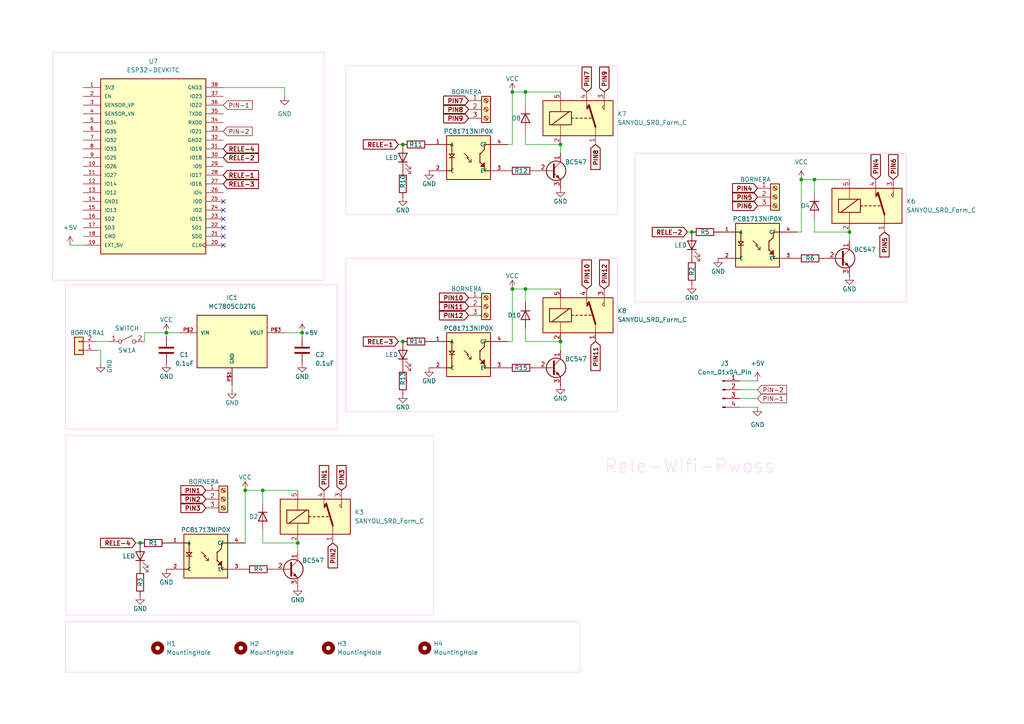
<source format=kicad_sch>
(kicad_sch (version 20250114) (generator "eeschema") (generator_version "9.0")
  (paper "A4")
  (lib_symbols
    (symbol "Connector:Conn_01x04_Pin" (pin_names (offset 1.016) (hide yes))
      (property "Reference" "J" (at 0 5.08 0))
      (property "Value" "Conn_01x04_Pin" (at 0 -7.62 0))
      (symbol "Conn_01x04_Pin_1_1"
        (rectangle (start 0.8636 2.667) (end 0 2.413) (stroke (width 0.1524)) (fill (type outline)))
        (rectangle (start 0.8636 0.127) (end 0 -0.127) (stroke (width 0.1524)) (fill (type outline)))
        (rectangle (start 0.8636 -2.413) (end 0 -2.667) (stroke (width 0.1524)) (fill (type outline)))
        (rectangle (start 0.8636 -4.953) (end 0 -5.207) (stroke (width 0.1524)) (fill (type outline)))
        (polyline (pts (xy 1.27 2.54) (xy 0.8636 2.54)) (stroke (width 0.1524)))
        (polyline (pts (xy 1.27 0) (xy 0.8636 0)) (stroke (width 0.1524)))
        (polyline (pts (xy 1.27 -2.54) (xy 0.8636 -2.54)) (stroke (width 0.1524)))
        (polyline (pts (xy 1.27 -5.08) (xy 0.8636 -5.08)) (stroke (width 0.1524)))
        (pin passive line (at 5.08 2.54 180) (length 3.81) (name "Pin_1") (number "1"))
        (pin passive line (at 5.08 0 180) (length 3.81) (name "Pin_2") (number "2"))
        (pin passive line (at 5.08 -2.54 180) (length 3.81) (name "Pin_3") (number "3"))
        (pin passive line (at 5.08 -5.08 180) (length 3.81) (name "Pin_4") (number "4"))
      )
    )
    (symbol "Connector:Screw_Terminal_01x03" (pin_names (offset 1.016) (hide yes))
      (property "Reference" "J" (at 0 5.08 0))
      (property "Value" "Screw_Terminal_01x03" (at 0 -5.08 0))
      (symbol "Screw_Terminal_01x03_1_1"
        (rectangle (start -1.27 3.81) (end 1.27 -3.81) (stroke (width 0.254)) (fill (type background)))
        (polyline (pts (xy -0.5334 2.8702) (xy 0.3302 2.032)) (stroke (width 0.1524)))
        (polyline (pts (xy -0.5334 0.3302) (xy 0.3302 -0.508)) (stroke (width 0.1524)))
        (polyline (pts (xy -0.5334 -2.2098) (xy 0.3302 -3.048)) (stroke (width 0.1524)))
        (polyline (pts (xy -0.3556 3.048) (xy 0.508 2.2098)) (stroke (width 0.1524)))
        (polyline (pts (xy -0.3556 0.508) (xy 0.508 -0.3302)) (stroke (width 0.1524)))
        (polyline (pts (xy -0.3556 -2.032) (xy 0.508 -2.8702)) (stroke (width 0.1524)))
        (circle (center 0 2.54) (radius 0.635) (stroke (width 0.1524)))
        (circle (center 0 0) (radius 0.635) (stroke (width 0.1524)))
        (circle (center 0 -2.54) (radius 0.635) (stroke (width 0.1524)))
        (pin passive line (at -5.08 2.54 0) (length 3.81) (name "Pin_1") (number "1"))
        (pin passive line (at -5.08 0 0) (length 3.81) (name "Pin_2") (number "2"))
        (pin passive line (at -5.08 -2.54 0) (length 3.81) (name "Pin_3") (number "3"))
      )
    )
    (symbol "Connector_Generic:Conn_01x02" (pin_names (offset 1.016) (hide yes))
      (property "Reference" "J" (at 0 2.54 0))
      (property "Value" "Conn_01x02" (at 0 -5.08 0))
      (symbol "Conn_01x02_1_1"
        (rectangle (start -1.27 1.27) (end 1.27 -3.81) (stroke (width 0.254)) (fill (type background)))
        (rectangle (start -1.27 0.127) (end 0 -0.127) (stroke (width 0.1524)))
        (rectangle (start -1.27 -2.413) (end 0 -2.667) (stroke (width 0.1524)))
        (pin passive line (at -5.08 0 0) (length 3.81) (name "Pin_1") (number "1"))
        (pin passive line (at -5.08 -2.54 0) (length 3.81) (name "Pin_2") (number "2"))
      )
    )
    (symbol "Device:C" (pin_numbers (hide yes)) (pin_names (offset 0.254))
      (property "Reference" "C" (at 0.635 2.54 0))
      (property "Value" "C" (at 0.635 -2.54 0))
      (symbol "C_0_1"
        (polyline (pts (xy -2.032 0.762) (xy 2.032 0.762)) (stroke (width 0.508)))
        (polyline (pts (xy -2.032 -0.762) (xy 2.032 -0.762)) (stroke (width 0.508)))
      )
      (symbol "C_1_1"
        (pin passive line (at 0 3.81 270) (length 2.794) (name "~") (number "1"))
        (pin passive line (at 0 -3.81 90) (length 2.794) (name "~") (number "2"))
      )
    )
    (symbol "Device:D" (pin_numbers (hide yes)) (pin_names (offset 1.016) (hide yes))
      (property "Reference" "D" (at 0 2.54 0))
      (property "Value" "D" (at 0 -2.54 0))
      (symbol "D_0_1"
        (polyline (pts (xy -1.27 1.27) (xy -1.27 -1.27)) (stroke (width 0.254)))
        (polyline (pts (xy 1.27 1.27) (xy 1.27 -1.27) (xy -1.27 0) (xy 1.27 1.27)) (stroke (width 0.254)))
        (polyline (pts (xy 1.27 0) (xy -1.27 0)))
      )
      (symbol "D_1_1"
        (pin passive line (at -3.81 0 0) (length 2.54) (name "K") (number "1"))
        (pin passive line (at 3.81 0 180) (length 2.54) (name "A") (number "2"))
      )
    )
    (symbol "Device:LED" (pin_numbers (hide yes)) (pin_names (offset 1.016) (hide yes))
      (property "Reference" "D" (at 0 2.54 0))
      (property "Value" "LED" (at 0 -2.54 0))
      (symbol "LED_0_1"
        (polyline (pts (xy -3.048 -0.762) (xy -4.572 -2.286) (xy -3.81 -2.286) (xy -4.572 -2.286) (xy -4.572 -1.524)))
        (polyline (pts (xy -1.778 -0.762) (xy -3.302 -2.286) (xy -2.54 -2.286) (xy -3.302 -2.286) (xy -3.302 -1.524)))
        (polyline (pts (xy -1.27 0) (xy 1.27 0)))
        (polyline (pts (xy -1.27 -1.27) (xy -1.27 1.27)) (stroke (width 0.254)))
        (polyline (pts (xy 1.27 -1.27) (xy 1.27 1.27) (xy -1.27 0) (xy 1.27 -1.27)) (stroke (width 0.254)))
      )
      (symbol "LED_1_1"
        (pin passive line (at -3.81 0 0) (length 2.54) (name "K") (number "1"))
        (pin passive line (at 3.81 0 180) (length 2.54) (name "A") (number "2"))
      )
    )
    (symbol "Device:R" (pin_numbers (hide yes)) (pin_names (offset 0))
      (property "Reference" "R" (at 2.032 0 90))
      (property "Value" "R" (at 0 0 90))
      (symbol "R_0_1"
        (rectangle (start -1.016 -2.54) (end 1.016 2.54) (stroke (width 0.254)))
      )
      (symbol "R_1_1"
        (pin passive line (at 0 3.81 270) (length 1.27) (name "~") (number "1"))
        (pin passive line (at 0 -3.81 90) (length 1.27) (name "~") (number "2"))
      )
    )
    (symbol "ESP32-DEVKITC:ESP32-DEVKITC" (pin_names (offset 1.016))
      (property "Reference" "U" (at -15.2572 26.0643 0))
      (property "Value" "ESP32-DEVKITC" (at -15.2563 -27.9698 0))
      (symbol "ESP32-DEVKITC_0_0"
        (rectangle (start -15.24 -25.4) (end 15.24 25.4) (stroke (width 0.254)) (fill (type background)))
        (pin power_in line (at -20.32 22.86 0) (length 5.08) (name "3V3") (number "1"))
        (pin input line (at -20.32 20.32 0) (length 5.08) (name "EN") (number "2"))
        (pin input line (at -20.32 17.78 0) (length 5.08) (name "SENSOR_VP") (number "3"))
        (pin input line (at -20.32 15.24 0) (length 5.08) (name "SENSOR_VN") (number "4"))
        (pin bidirectional line (at -20.32 12.7 0) (length 5.08) (name "IO34") (number "5"))
        (pin bidirectional line (at -20.32 10.16 0) (length 5.08) (name "IO35") (number "6"))
        (pin bidirectional line (at -20.32 7.62 0) (length 5.08) (name "IO32") (number "7"))
        (pin bidirectional line (at -20.32 5.08 0) (length 5.08) (name "IO33") (number "8"))
        (pin bidirectional line (at -20.32 2.54 0) (length 5.08) (name "IO25") (number "9"))
        (pin bidirectional line (at -20.32 0 0) (length 5.08) (name "IO26") (number "10"))
        (pin bidirectional line (at -20.32 -2.54 0) (length 5.08) (name "IO27") (number "11"))
        (pin bidirectional line (at -20.32 -5.08 0) (length 5.08) (name "IO14") (number "12"))
        (pin bidirectional line (at -20.32 -7.62 0) (length 5.08) (name "IO12") (number "13"))
        (pin power_in line (at -20.32 -10.16 0) (length 5.08) (name "GND1") (number "14"))
        (pin bidirectional line (at -20.32 -12.7 0) (length 5.08) (name "IO13") (number "15"))
        (pin bidirectional line (at -20.32 -15.24 0) (length 5.08) (name "SD2") (number "16"))
        (pin bidirectional line (at -20.32 -17.78 0) (length 5.08) (name "SD3") (number "17"))
        (pin bidirectional line (at -20.32 -20.32 0) (length 5.08) (name "CMD") (number "18"))
        (pin power_in line (at -20.32 -22.86 0) (length 5.08) (name "EXT_5V") (number "19"))
        (pin power_in line (at 20.32 22.86 180) (length 5.08) (name "GND3") (number "38"))
        (pin bidirectional line (at 20.32 20.32 180) (length 5.08) (name "IO23") (number "37"))
        (pin bidirectional line (at 20.32 17.78 180) (length 5.08) (name "IO22") (number "36"))
        (pin output line (at 20.32 15.24 180) (length 5.08) (name "TXD0") (number "35"))
        (pin input line (at 20.32 12.7 180) (length 5.08) (name "RXD0") (number "34"))
        (pin bidirectional line (at 20.32 10.16 180) (length 5.08) (name "IO21") (number "33"))
        (pin power_in line (at 20.32 7.62 180) (length 5.08) (name "GND2") (number "32"))
        (pin bidirectional line (at 20.32 5.08 180) (length 5.08) (name "IO19") (number "31"))
        (pin bidirectional line (at 20.32 2.54 180) (length 5.08) (name "IO18") (number "30"))
        (pin bidirectional line (at 20.32 0 180) (length 5.08) (name "IO5") (number "29"))
        (pin bidirectional line (at 20.32 -2.54 180) (length 5.08) (name "IO17") (number "28"))
        (pin bidirectional line (at 20.32 -5.08 180) (length 5.08) (name "IO16") (number "27"))
        (pin bidirectional line (at 20.32 -7.62 180) (length 5.08) (name "IO4") (number "26"))
        (pin bidirectional line (at 20.32 -10.16 180) (length 5.08) (name "IO0") (number "25"))
        (pin bidirectional line (at 20.32 -12.7 180) (length 5.08) (name "IO2") (number "24"))
        (pin bidirectional line (at 20.32 -15.24 180) (length 5.08) (name "IO15") (number "23"))
        (pin bidirectional line (at 20.32 -17.78 180) (length 5.08) (name "SD1") (number "22"))
        (pin bidirectional line (at 20.32 -20.32 180) (length 5.08) (name "SD0") (number "21"))
        (pin input clock (at 20.32 -22.86 180) (length 5.08) (name "CLK") (number "20"))
      )
    )
    (symbol "MC7805CD2TG:MC7805CD2TG" (pin_names (offset 1.016))
      (property "Reference" "IC" (at -5.08 12.7 0))
      (symbol "MC7805CD2TG_0_0"
        (rectangle (start -10.16 -5.08) (end 10.16 10.16) (stroke (width 0.254)) (fill (type background)))
        (pin bidirectional line (at -15.24 5.08 0) (length 5.08) (name "VIN") (number "P$2"))
        (pin bidirectional line (at 0 -10.16 90) (length 5.08) (name "GND") (number "P$1"))
        (pin bidirectional line (at 15.24 5.08 180) (length 5.08) (name "VOUT") (number "P$3"))
      )
    )
    (symbol "Mechanical:MountingHole" (pin_names (offset 1.016)) (exclude_from_sim yes) (in_bom no)
      (property "Reference" "H" (at 0 5.08 0))
      (property "Value" "MountingHole" (at 0 3.175 0))
      (symbol "MountingHole_0_1"
        (circle (center 0 0) (radius 1.27) (stroke (width 1.27)))
      )
    )
    (symbol "PC81713NIP0X:PC81713NIP0X" (pin_names (offset 1.016))
      (property "Reference" "U" (at -5.0866 10.1732 0))
      (property "Value" "PC81713NIP0X" (at -5.0839 -7.6258 0))
      (symbol "PC81713NIP0X_0_0"
        (polyline (pts (xy -5.08 5.08) (xy -3.556 5.08)) (stroke (width 0.254)))
        (rectangle (start -5.08 -5.08) (end 7.62 7.62) (stroke (width 0.254)) (fill (type background)))
        (polyline (pts (xy -4.318 2.286) (xy -3.556 1.524)) (stroke (width 0.254)))
        (polyline (pts (xy -4.318 1.27) (xy -2.794 1.27)) (stroke (width 0.254)))
        (polyline (pts (xy -3.556 5.08) (xy -3.556 2.286)) (stroke (width 0.254)))
        (polyline (pts (xy -3.556 2.286) (xy -4.318 2.286)) (stroke (width 0.254)))
        (polyline (pts (xy -3.556 2.286) (xy -2.794 2.286)) (stroke (width 0.254)))
        (polyline (pts (xy -3.556 1.524) (xy -2.794 2.286)) (stroke (width 0.254)))
        (polyline (pts (xy -3.556 1.27) (xy -3.556 -2.54)) (stroke (width 0.254)))
        (polyline (pts (xy -3.556 -2.54) (xy -5.08 -2.54)) (stroke (width 0.254)))
        (polyline (pts (xy 0 2.54) (xy 1.27 1.27)) (stroke (width 0.2032)))
        (polyline (pts (xy 0.762 1.27) (xy 2.032 0)) (stroke (width 0.2032)))
        (polyline (pts (xy 1.27 1.27) (xy 0.762 1.27)) (stroke (width 0.2032)))
        (polyline (pts (xy 2.032 0) (xy 1.27 0)) (stroke (width 0.2032)))
        (polyline (pts (xy 2.032 0) (xy 2.032 0.762)) (stroke (width 0.2032)))
        (polyline (pts (xy 4.572 2.286) (xy 4.572 2.54)) (stroke (width 0.254)))
        (polyline (pts (xy 4.572 2.286) (xy 4.572 0)) (stroke (width 0.254)))
        (polyline (pts (xy 4.572 0) (xy 4.572 -0.254)) (stroke (width 0.254)))
        (polyline (pts (xy 4.572 0) (xy 5.842 -1.27)) (stroke (width 0.254)))
        (polyline (pts (xy 4.826 -1.27) (xy 5.588 -1.27)) (stroke (width 0.254)))
        (polyline (pts (xy 5.08 -1.016) (xy 4.826 -1.27)) (stroke (width 0.254)))
        (polyline (pts (xy 5.08 -1.016) (xy 5.334 -1.016)) (stroke (width 0.254)))
        (polyline (pts (xy 5.334 -1.016) (xy 5.588 -1.27)) (stroke (width 0.254)))
        (polyline (pts (xy 5.588 -0.762) (xy 5.334 -1.016)) (stroke (width 0.254)))
        (polyline (pts (xy 5.588 -0.762) (xy 5.842 -0.508)) (stroke (width 0.254)))
        (polyline (pts (xy 5.588 -1.27) (xy 5.588 -0.762)) (stroke (width 0.254)))
        (polyline (pts (xy 5.588 -1.27) (xy 5.842 -1.27)) (stroke (width 0.254)))
        (polyline (pts (xy 5.842 5.08) (xy 5.842 3.556)) (stroke (width 0.254)))
        (polyline (pts (xy 5.842 3.556) (xy 4.572 2.286)) (stroke (width 0.254)))
        (polyline (pts (xy 5.842 -0.254) (xy 5.08 -1.016)) (stroke (width 0.254)))
        (polyline (pts (xy 5.842 -0.508) (xy 5.842 -0.254)) (stroke (width 0.254)))
        (polyline (pts (xy 5.842 -1.016) (xy 5.588 -0.762)) (stroke (width 0.254)))
        (polyline (pts (xy 5.842 -1.016) (xy 5.842 -0.508)) (stroke (width 0.254)))
        (polyline (pts (xy 5.842 -1.27) (xy 5.842 -1.016)) (stroke (width 0.254)))
        (polyline (pts (xy 5.842 -1.27) (xy 5.842 -2.54)) (stroke (width 0.254)))
        (polyline (pts (xy 5.842 -2.54) (xy 7.62 -2.54)) (stroke (width 0.254)))
        (polyline (pts (xy 7.62 5.08) (xy 5.842 5.08)) (stroke (width 0.254)))
        (pin passive line (at -10.16 5.08 0) (length 5.08) (name "A") (number "1"))
        (pin passive line (at -10.16 -2.54 0) (length 5.08) (name "C") (number "2"))
        (pin passive line (at 12.7 5.08 180) (length 5.08) (name "CT") (number "4"))
        (pin passive line (at 12.7 -2.54 180) (length 5.08) (name "ET") (number "3"))
      )
    )
    (symbol "R_1" (pin_numbers (hide yes)) (pin_names (offset 0) (hide yes))
      (property "Reference" "R" (at 2.032 0 90))
      (property "Value" "R" (at 0 0 90))
      (symbol "R_1_0_1"
        (rectangle (start -1.016 -2.54) (end 1.016 2.54) (stroke (width 0.254)))
      )
      (symbol "R_1_1_1"
        (pin passive line (at 0 3.81 270) (length 1.27) (name "~") (number "1"))
        (pin passive line (at 0 -3.81 90) (length 1.27) (name "~") (number "2"))
      )
    )
    (symbol "Relay:SANYOU_SRD_Form_C"
      (property "Reference" "K" (at 11.43 3.81 0))
      (property "Value" "SANYOU_SRD_Form_C" (at 11.43 1.27 0))
      (symbol "SANYOU_SRD_Form_C_0_0"
        (polyline (pts (xy 7.62 5.08) (xy 7.62 2.54) (xy 6.985 3.175) (xy 7.62 3.81)))
      )
      (symbol "SANYOU_SRD_Form_C_0_1"
        (rectangle (start -10.16 5.08) (end 10.16 -5.08) (stroke (width 0.254)) (fill (type background)))
        (rectangle (start -8.255 1.905) (end -1.905 -1.905) (stroke (width 0.254)))
        (polyline (pts (xy -7.62 -1.905) (xy -2.54 1.905)) (stroke (width 0.254)))
        (polyline (pts (xy -5.08 5.08) (xy -5.08 1.905)))
        (polyline (pts (xy -5.08 -5.08) (xy -5.08 -1.905)))
        (polyline (pts (xy -1.905 0) (xy -1.27 0)) (stroke (width 0.254)))
        (polyline (pts (xy -0.635 0) (xy 0 0)) (stroke (width 0.254)))
        (polyline (pts (xy 0.635 0) (xy 1.27 0)) (stroke (width 0.254)))
        (polyline (pts (xy 1.905 0) (xy 2.54 0)) (stroke (width 0.254)))
        (polyline (pts (xy 3.175 0) (xy 3.81 0)) (stroke (width 0.254)))
        (polyline (pts (xy 5.08 -2.54) (xy 3.175 3.81)) (stroke (width 0.508)))
        (polyline (pts (xy 5.08 -2.54) (xy 5.08 -5.08)))
      )
      (symbol "SANYOU_SRD_Form_C_1_1"
        (polyline (pts (xy 2.54 3.81) (xy 3.175 3.175) (xy 2.54 2.54) (xy 2.54 5.08)) (fill (type outline)))
        (pin passive line (at -5.08 7.62 270) (length 2.54) (name "~") (number "5"))
        (pin passive line (at -5.08 -7.62 90) (length 2.54) (name "~") (number "2"))
        (pin passive line (at 2.54 7.62 270) (length 2.54) (name "~") (number "4"))
        (pin passive line (at 5.08 -7.62 90) (length 2.54) (name "~") (number "1"))
        (pin passive line (at 7.62 7.62 270) (length 2.54) (name "~") (number "3"))
      )
    )
    (symbol "Switch:SW_DPST_x2" (pin_names (offset 0) (hide yes))
      (property "Reference" "SW" (at 0 3.175 0))
      (property "Value" "SW_DPST_x2" (at 0 -2.54 0))
      (symbol "SW_DPST_x2_0_0"
        (circle (center -2.032 0) (radius 0.508))
        (polyline (pts (xy -1.524 0.254) (xy 1.524 1.778)))
        (circle (center 2.032 0) (radius 0.508))
      )
      (symbol "SW_DPST_x2_1_1"
        (pin passive line (at -5.08 0 0) (length 2.54) (name "A") (number "1"))
        (pin passive line (at 5.08 0 180) (length 2.54) (name "B") (number "2"))
      )
      (symbol "SW_DPST_x2_2_1"
        (pin passive line (at -5.08 0 0) (length 2.54) (name "A") (number "3"))
        (pin passive line (at 5.08 0 180) (length 2.54) (name "B") (number "4"))
      )
    )
    (symbol "Transistor_BJT:BC547" (pin_names (offset 0) (hide yes))
      (property "Reference" "Q" (at 5.08 1.905 0))
      (property "Value" "BC547" (at 5.08 0 0))
      (symbol "BC547_0_1"
        (polyline (pts (xy 0 0) (xy 0.635 0)))
        (polyline (pts (xy 0.635 1.905) (xy 0.635 -1.905) (xy 0.635 -1.905)) (stroke (width 0.508)))
        (polyline (pts (xy 0.635 0.635) (xy 2.54 2.54)))
        (polyline (pts (xy 0.635 -0.635) (xy 2.54 -2.54) (xy 2.54 -2.54)))
        (circle (center 1.27 0) (radius 2.8194) (stroke (width 0.254)))
        (polyline (pts (xy 1.27 -1.778) (xy 1.778 -1.27) (xy 2.286 -2.286) (xy 1.27 -1.778) (xy 1.27 -1.778)) (fill (type outline)))
      )
      (symbol "BC547_1_1"
        (pin input line (at -5.08 0 0) (length 5.08) (name "B") (number "2"))
        (pin passive line (at 2.54 5.08 270) (length 2.54) (name "C") (number "1"))
        (pin passive line (at 2.54 -5.08 90) (length 2.54) (name "E") (number "3"))
      )
    )
    (symbol "power:+12V" (power) (pin_numbers (hide yes)) (pin_names (offset 0) (hide yes))
      (property "Value" "+12V" (at 0 3.556 0))
      (symbol "+12V_0_1"
        (polyline (pts (xy -0.762 1.27) (xy 0 2.54)))
        (polyline (pts (xy 0 2.54) (xy 0.762 1.27)))
        (polyline (pts (xy 0 0) (xy 0 2.54)))
      )
      (symbol "+12V_1_1"
        (pin power_in line (at 0 0 90) (length 0) (name "~") (number "1"))
      )
    )
    (symbol "power:+5V" (power) (pin_numbers (hide yes)) (pin_names (offset 0) (hide yes))
      (property "Value" "+5V" (at 0 3.556 0))
      (symbol "+5V_0_1"
        (polyline (pts (xy -0.762 1.27) (xy 0 2.54)))
        (polyline (pts (xy 0 2.54) (xy 0.762 1.27)))
        (polyline (pts (xy 0 0) (xy 0 2.54)))
      )
      (symbol "+5V_1_1"
        (pin power_in line (at 0 0 90) (length 0) (name "~") (number "1"))
      )
    )
    (symbol "power:GND" (power) (pin_numbers (hide yes)) (pin_names (offset 0) (hide yes))
      (property "Value" "GND" (at 0 -3.81 0))
      (symbol "GND_0_1"
        (polyline (pts (xy 0 0) (xy 0 -1.27) (xy 1.27 -1.27) (xy 0 -2.54) (xy -1.27 -1.27) (xy 0 -1.27)))
      )
      (symbol "GND_1_1"
        (pin power_in line (at 0 0 270) (length 0) (name "~") (number "1"))
      )
    )
  )
  (rectangle (start 100.33 74.93) (end 179.07 119.38) (stroke (width 0) (color 255 178 234 1)))
  (rectangle (start 184.15 44.45) (end 262.89 87.63) (stroke (width 0) (color 255 177 232 1)))
  (rectangle (start 19.05 126.365) (end 125.73 178.435) (stroke (width 0) (color 255 191 243 1)))
  (rectangle (start 100.33 19.05) (end 179.07 62.23) (stroke (width 0) (color 255 184 247 1)))
  (rectangle (start 15.24 15.24) (end 93.98 81.28) (stroke (width 0) (color 255 185 221 1)))
  (rectangle (start 19.05 82.55) (end 97.79 124.46) (stroke (width 0) (color 255 182 237 1)))
  (rectangle (start 19.05 180.34) (end 168.275 194.945) (stroke (width 0) (color 255 182 243 1)))
  (junction (at 162.56 41.91))
  (junction (at 40.64 157.48))
  (junction (at 86.36 157.48))
  (junction (at 87.63 96.52))
  (junction (at 116.84 99.06))
  (junction (at 200.66 67.31))
  (junction (at 148.59 83.82))
  (junction (at 148.59 26.67))
  (junction (at 116.84 41.91))
  (junction (at 152.4 83.82))
  (junction (at 246.38 67.31))
  (junction (at 48.26 96.52))
  (junction (at 236.22 52.07))
  (junction (at 162.56 99.06))
  (junction (at 152.4 26.67))
  (junction (at 76.2 142.24))
  (junction (at 71.12 142.24))
  (junction (at 232.41 52.07))
  (no_connect (at 64.77 60.96))
  (no_connect (at 64.77 58.42))
  (no_connect (at 64.77 66.04))
  (no_connect (at 64.77 71.12))
  (no_connect (at 64.77 68.58))
  (no_connect (at 64.77 63.5))
  (wire (pts (xy 82.55 25.4) (xy 64.77 25.4)))
  (wire (pts (xy 214.63 110.49) (xy 219.71 110.49)))
  (wire (pts (xy 41.91 96.52) (xy 41.91 99.06)))
  (wire (pts (xy 214.63 118.11) (xy 219.71 118.11)))
  (wire (pts (xy 76.2 142.24) (xy 76.2 146.05)))
  (wire (pts (xy 41.91 96.52) (xy 48.26 96.52)))
  (wire (pts (xy 48.26 96.52) (xy 48.26 97.79)))
  (wire (pts (xy 71.12 142.24) (xy 71.12 157.48)))
  (wire (pts (xy 236.22 52.07) (xy 246.38 52.07)))
  (wire (pts (xy 148.59 83.82) (xy 152.4 83.82)))
  (wire (pts (xy 152.4 26.67) (xy 152.4 30.48)))
  (wire (pts (xy 162.56 41.91) (xy 162.56 44.45)))
  (wire (pts (xy 231.14 67.31) (xy 232.41 67.31)))
  (wire (pts (xy 29.21 101.6) (xy 29.21 105.41)))
  (wire (pts (xy 199.39 67.31) (xy 200.66 67.31)))
  (wire (pts (xy 232.41 52.07) (xy 232.41 67.31)))
  (wire (pts (xy 115.57 41.91) (xy 116.84 41.91)))
  (wire (pts (xy 148.59 26.67) (xy 152.4 26.67)))
  (wire (pts (xy 214.63 113.03) (xy 219.71 113.03)))
  (wire (pts (xy 236.22 63.5) (xy 236.22 67.31)))
  (wire (pts (xy 152.4 99.06) (xy 162.56 99.06)))
  (wire (pts (xy 162.56 99.06) (xy 162.56 101.6)))
  (wire (pts (xy 82.55 27.94) (xy 82.55 25.4)))
  (wire (pts (xy 232.41 52.07) (xy 236.22 52.07)))
  (wire (pts (xy 82.55 96.52) (xy 87.63 96.52)))
  (wire (pts (xy 39.37 157.48) (xy 40.64 157.48)))
  (wire (pts (xy 236.22 67.31) (xy 246.38 67.31)))
  (wire (pts (xy 86.36 157.48) (xy 86.36 160.02)))
  (wire (pts (xy 76.2 153.67) (xy 76.2 157.48)))
  (wire (pts (xy 52.07 96.52) (xy 48.26 96.52)))
  (wire (pts (xy 152.4 95.25) (xy 152.4 99.06)))
  (wire (pts (xy 148.59 26.67) (xy 148.59 41.91)))
  (wire (pts (xy 27.94 101.6) (xy 29.21 101.6)))
  (wire (pts (xy 152.4 41.91) (xy 162.56 41.91)))
  (wire (pts (xy 148.59 83.82) (xy 148.59 99.06)))
  (wire (pts (xy 147.32 99.06) (xy 148.59 99.06)))
  (wire (pts (xy 115.57 99.06) (xy 116.84 99.06)))
  (wire (pts (xy 152.4 83.82) (xy 162.56 83.82)))
  (wire (pts (xy 152.4 83.82) (xy 152.4 87.63)))
  (wire (pts (xy 76.2 157.48) (xy 86.36 157.48)))
  (wire (pts (xy 152.4 26.67) (xy 162.56 26.67)))
  (wire (pts (xy 76.2 142.24) (xy 86.36 142.24)))
  (wire (pts (xy 236.22 52.07) (xy 236.22 55.88)))
  (wire (pts (xy 67.31 113.03) (xy 67.31 111.76)))
  (wire (pts (xy 27.94 99.06) (xy 31.75 99.06)))
  (wire (pts (xy 71.12 142.24) (xy 76.2 142.24)))
  (wire (pts (xy 246.38 67.31) (xy 246.38 69.85)))
  (wire (pts (xy 152.4 38.1) (xy 152.4 41.91)))
  (wire (pts (xy 214.63 115.57) (xy 219.71 115.57)))
  (wire (pts (xy 147.32 41.91) (xy 148.59 41.91)))
  (wire (pts (xy 87.63 96.52) (xy 87.63 97.79)))
  (wire (pts (xy 20.32 71.12) (xy 24.13 71.12)))
  (label "Rele-Wifi-Pwoss" (at 175.26 138.43 0) (effects (font (size 3.81 3.81))))
  (global_label "PIN11" (shape input) (at 172.72 99.06 270) (effects (font (thickness 0.254) (bold yes))) (property "Intersheetrefs" "${INTERSHEET_REFS}" (effects (hide yes))))
  (global_label "PIN9" (shape input) (at 135.89 34.29 180) (effects (font (thickness 0.254) (bold yes))) (property "Intersheetrefs" "${INTERSHEET_REFS}" (effects (hide yes))))
  (global_label "PIN-1" (shape input) (at 64.77 30.48 0) (property "Intersheetrefs" "${INTERSHEET_REFS}" (effects (hide yes))))
  (global_label "PIN3" (shape input) (at 99.06 142.24 90) (effects (font (thickness 0.254) (bold yes))) (property "Intersheetrefs" "${INTERSHEET_REFS}" (effects (hide yes))))
  (global_label "PIN4" (shape input) (at 254 52.07 90) (effects (font (thickness 0.254) (bold yes))) (property "Intersheetrefs" "${INTERSHEET_REFS}" (effects (hide yes))))
  (global_label "RELE-2" (shape input) (at 199.39 67.31 180) (effects (font (thickness 0.254) (bold yes))) (property "Intersheetrefs" "${INTERSHEET_REFS}" (effects (hide yes))))
  (global_label "PIN5" (shape input) (at 256.54 67.31 270) (effects (font (thickness 0.254) (bold yes))) (property "Intersheetrefs" "${INTERSHEET_REFS}" (effects (hide yes))))
  (global_label "RELE-1" (shape input) (at 115.57 41.91 180) (effects (font (thickness 0.254) (bold yes))) (property "Intersheetrefs" "${INTERSHEET_REFS}" (effects (hide yes))))
  (global_label "PIN2" (shape input) (at 96.52 157.48 270) (effects (font (thickness 0.254) (bold yes))) (property "Intersheetrefs" "${INTERSHEET_REFS}" (effects (hide yes))))
  (global_label "PIN12" (shape input) (at 175.26 83.82 90) (effects (font (thickness 0.254) (bold yes))) (property "Intersheetrefs" "${INTERSHEET_REFS}" (effects (hide yes))))
  (global_label "RELE-3" (shape input) (at 64.77 53.34 0) (effects (font (thickness 0.254) (bold yes))) (property "Intersheetrefs" "${INTERSHEET_REFS}" (effects (hide yes))))
  (global_label "PIN3" (shape input) (at 59.69 147.32 180) (effects (font (thickness 0.254) (bold yes))) (property "Intersheetrefs" "${INTERSHEET_REFS}" (effects (hide yes))))
  (global_label "PIN8" (shape input) (at 172.72 41.91 270) (effects (font (thickness 0.254) (bold yes))) (property "Intersheetrefs" "${INTERSHEET_REFS}" (effects (hide yes))))
  (global_label "PIN-2" (shape input) (at 64.77 38.1 0) (property "Intersheetrefs" "${INTERSHEET_REFS}" (effects (hide yes))))
  (global_label "PIN7" (shape input) (at 135.89 29.21 180) (effects (font (thickness 0.254) (bold yes))) (property "Intersheetrefs" "${INTERSHEET_REFS}" (effects (hide yes))))
  (global_label "PIN10" (shape input) (at 135.89 86.36 180) (effects (font (thickness 0.254) (bold yes))) (property "Intersheetrefs" "${INTERSHEET_REFS}" (effects (hide yes))))
  (global_label "RELE-1" (shape input) (at 64.77 50.8 0) (effects (font (thickness 0.254) (bold yes))) (property "Intersheetrefs" "${INTERSHEET_REFS}" (effects (hide yes))))
  (global_label "PIN-1" (shape input) (at 219.71 115.57 0) (property "Intersheetrefs" "${INTERSHEET_REFS}" (effects (hide yes))))
  (global_label "RELE-4" (shape input) (at 64.77 43.18 0) (effects (font (thickness 0.254) (bold yes))) (property "Intersheetrefs" "${INTERSHEET_REFS}" (effects (hide yes))))
  (global_label "PIN1" (shape input) (at 93.98 142.24 90) (effects (font (thickness 0.254) (bold yes))) (property "Intersheetrefs" "${INTERSHEET_REFS}" (effects (hide yes))))
  (global_label "PIN5" (shape input) (at 219.71 57.15 180) (effects (font (thickness 0.254) (bold yes))) (property "Intersheetrefs" "${INTERSHEET_REFS}" (effects (hide yes))))
  (global_label "RELE-3" (shape input) (at 115.57 99.06 180) (effects (font (thickness 0.254) (bold yes))) (property "Intersheetrefs" "${INTERSHEET_REFS}" (effects (hide yes))))
  (global_label "RELE-2" (shape input) (at 64.77 45.72 0) (effects (font (thickness 0.254) (bold yes))) (property "Intersheetrefs" "${INTERSHEET_REFS}" (effects (hide yes))))
  (global_label "PIN8" (shape input) (at 135.89 31.75 180) (effects (font (thickness 0.254) (bold yes))) (property "Intersheetrefs" "${INTERSHEET_REFS}" (effects (hide yes))))
  (global_label "PIN4" (shape input) (at 219.71 54.61 180) (effects (font (thickness 0.254) (bold yes))) (property "Intersheetrefs" "${INTERSHEET_REFS}" (effects (hide yes))))
  (global_label "PIN1" (shape input) (at 59.69 142.24 180) (effects (font (thickness 0.254) (bold yes))) (property "Intersheetrefs" "${INTERSHEET_REFS}" (effects (hide yes))))
  (global_label "PIN9" (shape input) (at 175.26 26.67 90) (effects (font (thickness 0.254) (bold yes))) (property "Intersheetrefs" "${INTERSHEET_REFS}" (effects (hide yes))))
  (global_label "PIN6" (shape input) (at 219.71 59.69 180) (effects (font (thickness 0.254) (bold yes))) (property "Intersheetrefs" "${INTERSHEET_REFS}" (effects (hide yes))))
  (global_label "PIN10" (shape input) (at 170.18 83.82 90) (effects (font (thickness 0.254) (bold yes))) (property "Intersheetrefs" "${INTERSHEET_REFS}" (effects (hide yes))))
  (global_label "PIN7" (shape input) (at 170.18 26.67 90) (effects (font (thickness 0.254) (bold yes))) (property "Intersheetrefs" "${INTERSHEET_REFS}" (effects (hide yes))))
  (global_label "PIN-2" (shape input) (at 219.71 113.03 0) (property "Intersheetrefs" "${INTERSHEET_REFS}" (effects (hide yes))))
  (global_label "PIN11" (shape input) (at 135.89 88.9 180) (effects (font (thickness 0.254) (bold yes))) (property "Intersheetrefs" "${INTERSHEET_REFS}" (effects (hide yes))))
  (global_label "PIN12" (shape input) (at 135.89 91.44 180) (effects (font (thickness 0.254) (bold yes))) (property "Intersheetrefs" "${INTERSHEET_REFS}" (effects (hide yes))))
  (global_label "PIN6" (shape input) (at 259.08 52.07 90) (effects (font (thickness 0.254) (bold yes))) (property "Intersheetrefs" "${INTERSHEET_REFS}" (effects (hide yes))))
  (global_label "PIN2" (shape input) (at 59.69 144.78 180) (effects (font (thickness 0.254) (bold yes))) (property "Intersheetrefs" "${INTERSHEET_REFS}" (effects (hide yes))))
  (global_label "RELE-4" (shape input) (at 39.37 157.48 180) (effects (font (thickness 0.254) (bold yes))) (property "Intersheetrefs" "${INTERSHEET_REFS}" (effects (hide yes))))
  (symbol (lib_id "Relay:SANYOU_SRD_Form_C") (at 167.64 91.44 0) (unit 1)
    (property "Reference" "K8" (at 179.07 90.1699 0) (effects (justify left)))
    (property "Value" "SANYOU_SRD_Form_C" (at 179.07 92.7099 0) (effects (justify left)))
    (property "Footprint" "Relay_THT:Relay_SPDT_SANYOU_SRD_Series_Form_C" (effects (hide yes)))
    (property "Datasheet" "http://www.sanyourelay.ca/public/products/pdf/SRD.pdf" (effects (hide yes)))
    (property "Description" "Sanyo SRD relay, Single Pole Miniature Power Relay," (effects (hide yes)))
  )
  (symbol (lib_id "Relay:SANYOU_SRD_Form_C") (at 167.64 34.29 0) (unit 1)
    (property "Reference" "K7" (at 179.07 33.0199 0) (effects (justify left)))
    (property "Value" "SANYOU_SRD_Form_C" (at 179.07 35.5599 0) (effects (justify left)))
    (property "Footprint" "Relay_THT:Relay_SPDT_SANYOU_SRD_Series_Form_C" (effects (hide yes)))
    (property "Datasheet" "http://www.sanyourelay.ca/public/products/pdf/SRD.pdf" (effects (hide yes)))
    (property "Description" "Sanyo SRD relay, Single Pole Miniature Power Relay," (effects (hide yes)))
  )
  (symbol (lib_id "Connector:Conn_01x04_Pin") (at 209.55 113.03 0) (unit 1)
    (property "Reference" "J3" (at 210.185 105.41 0))
    (property "Value" "Conn_01x04_Pin" (at 210.185 107.95 0))
    (property "Footprint" "Connector_PinSocket_2.54mm:PinSocket_1x04_P2.54mm_Vertical" (effects (hide yes)))
    (property "Description" "Generic connector, single row, 01x04, script generated" (effects (hide yes)))
  )
  (symbol (lib_id "Device:R") (at 204.47 67.31 90) (unit 1)
    (property "Reference" "R5" (at 204.47 67.31 90))
    (property "Value" "R" (effects (hide yes)))
    (property "Footprint" "Resistor_SMD:R_0805_2012Metric" (effects (hide yes)))
    (property "Description" "Resistor" (effects (hide yes)))
  )
  (symbol (lib_name "R_1") (lib_id "Device:R") (at 151.13 106.68 90) (unit 1)
    (property "Reference" "R15" (at 151.13 106.68 90))
    (property "Value" "R" (effects (hide yes)))
    (property "Footprint" "Resistor_SMD:R_0805_2012Metric" (effects (hide yes)))
    (property "Description" "Resistor" (effects (hide yes)))
  )
  (symbol (lib_id "Device:R") (at 40.64 168.91 0) (unit 1)
    (property "Reference" "R3" (at 40.64 170.18 90) (effects (justify left)))
    (property "Value" "R" (effects (hide yes)))
    (property "Footprint" "Resistor_SMD:R_0805_2012Metric" (effects (hide yes)))
    (property "Description" "Resistor" (effects (hide yes)))
  )
  (symbol (lib_id "power:+5V") (at 87.63 96.52 0) (unit 1)
    (property "Reference" "#PWR023" (effects (hide yes)))
    (property "Value" "+5V" (at 90.17 96.52 0))
    (property "Description" "Power symbol creates a global label with name \"+5V\"" (effects (hide yes)))
  )
  (symbol (lib_id "Device:D") (at 76.2 149.86 270) (unit 1)
    (property "Reference" "D2" (at 74.93 149.86 90) (effects (justify right)))
    (property "Value" "D" (effects (hide yes)))
    (property "Footprint" "Diode_SMD:D_SMA" (effects (hide yes)))
    (property "Description" "Diode" (effects (hide yes)))
    (property "Sim.Device" "D" (effects (hide yes)))
    (property "Sim.Pins" "1=K 2=A" (effects (hide yes)))
  )
  (symbol (lib_id "power:+12V") (at 48.26 96.52 0) (unit 1)
    (property "Reference" "#PWR022" (effects (hide yes)))
    (property "Value" "VCC" (at 48.26 92.71 0))
    (property "Description" "Power symbol creates a global label with name \"+12V\"" (effects (hide yes)))
  )
  (symbol (lib_id "Connector:Screw_Terminal_01x03") (at 224.79 57.15 0) (unit 1)
    (property "Reference" "J2" (effects (hide yes)))
    (property "Value" "BORNERA" (at 214.63 52.07 0) (effects (justify left)))
    (property "Footprint" "TerminalBlock:TerminalBlock_bornier-3_P5.08mm" (effects (hide yes)))
    (property "Description" "Generic screw terminal, single row, 01x03, script generated (kicad-library-utils/schlib/autogen/connector/)" (effects (hide yes)))
  )
  (symbol (lib_id "power:GND") (at 29.21 105.41 0) (unit 1)
    (property "Reference" "#PWR09" (effects (hide yes)))
    (property "Value" "GND" (at 31.75 104.14 90) (effects (justify right)))
    (property "Description" "Power symbol creates a global label with name \"GND\" , ground" (effects (hide yes)))
  )
  (symbol (lib_id "power:GND") (at 208.28 74.93 0) (unit 1)
    (property "Reference" "#PWR06" (effects (hide yes)))
    (property "Value" "GND" (at 208.28 78.74 0))
    (property "Description" "Power symbol creates a global label with name \"GND\" , ground" (effects (hide yes)))
  )
  (symbol (lib_id "power:GND") (at 82.55 27.94 0) (unit 1)
    (property "Reference" "#PWR010" (effects (hide yes)))
    (property "Value" "GND" (at 82.55 33.02 0))
    (property "Description" "Power symbol creates a global label with name \"GND\" , ground" (effects (hide yes)))
  )
  (symbol (lib_id "Device:LED") (at 200.66 71.12 90) (unit 1)
    (property "Reference" "D1" (effects (hide yes)))
    (property "Value" "LED" (at 195.58 71.12 90) (effects (justify right)))
    (property "Footprint" "LED_SMD:LED_0805_2012Metric_Pad1.15x1.40mm_HandSolder" (effects (hide yes)))
    (property "Description" "Light emitting diode" (effects (hide yes)))
  )
  (symbol (lib_id "power:+12V") (at 148.59 83.82 0) (unit 1)
    (property "Reference" "#PWR019" (effects (hide yes)))
    (property "Value" "VCC" (at 148.59 80.01 0))
    (property "Description" "Power symbol creates a global label with name \"+12V\"" (effects (hide yes)))
  )
  (symbol (lib_id "Device:LED") (at 116.84 45.72 90) (unit 1)
    (property "Reference" "D7" (effects (hide yes)))
    (property "Value" "LED" (at 111.76 45.72 90) (effects (justify right)))
    (property "Footprint" "LED_SMD:LED_0805_2012Metric_Pad1.15x1.40mm_HandSolder" (effects (hide yes)))
    (property "Description" "Light emitting diode" (effects (hide yes)))
  )
  (symbol (lib_id "Device:C") (at 48.26 101.6 0) (unit 1)
    (property "Reference" "C1" (at 52.07 102.87 0) (effects (justify left)))
    (property "Value" "0.1uF" (at 50.8 105.41 0) (effects (justify left)))
    (property "Footprint" "Capacitor_SMD:C_0805_2012Metric" (effects (hide yes)))
    (property "Description" "Unpolarized capacitor" (effects (hide yes)))
  )
  (symbol (lib_id "PC81713NIP0X:PC81713NIP0X") (at 218.44 72.39 0) (unit 1)
    (property "Reference" "U2" (effects (hide yes)))
    (property "Value" "PC81713NIP0X" (at 219.71 63.5 0))
    (property "Footprint" "PC817:SOT254P1025X400-4N" (effects (hide yes)))
    (property "MF" "Sharp Microelectronics" (effects (hide yes)))
    (property "Description_1" "\n                        \n                            Optoisolator Transistor Output 5000Vrms 1 Channel 4-SMD\n                        \n" (effects (hide yes)))
    (property "Package" "SMD-4 SOCLE Technology" (effects (hide yes)))
    (property "Price" "None" (effects (hide yes)))
    (property "Check_prices" "https://www.snapeda.com/parts/PC81713NIP0X/Sharp/view-part/?ref=eda" (effects (hide yes)))
    (property "SnapEDA_Link" "https://www.snapeda.com/parts/PC81713NIP0X/Sharp/view-part/?ref=snap" (effects (hide yes)))
    (property "MP" "PC81713NIP0X" (effects (hide yes)))
    (property "Availability" "In Stock" (effects (hide yes)))
    (property "MANUFACTURER" "Sharp Electronics" (effects (hide yes)))
  )
  (symbol (lib_id "power:GND") (at 116.84 57.15 0) (unit 1)
    (property "Reference" "#PWR013" (effects (hide yes)))
    (property "Value" "GND" (at 116.84 60.96 0))
    (property "Description" "Power symbol creates a global label with name \"GND\" , ground" (effects (hide yes)))
  )
  (symbol (lib_id "Relay:SANYOU_SRD_Form_C") (at 91.44 149.86 0) (unit 1)
    (property "Reference" "K3" (at 102.87 148.5899 0) (effects (justify left)))
    (property "Value" "SANYOU_SRD_Form_C" (at 102.87 151.1299 0) (effects (justify left)))
    (property "Footprint" "Relay_THT:Relay_SPDT_SANYOU_SRD_Series_Form_C" (effects (hide yes)))
    (property "Datasheet" "http://www.sanyourelay.ca/public/products/pdf/SRD.pdf" (effects (hide yes)))
    (property "Description" "Sanyo SRD relay, Single Pole Miniature Power Relay," (effects (hide yes)))
  )
  (symbol (lib_id "Transistor_BJT:BC547") (at 83.82 165.1 0) (unit 1)
    (property "Reference" "Q2" (effects (hide yes)))
    (property "Value" "BC547" (at 87.63 162.56 0) (effects (justify left)))
    (property "Footprint" "Package_TO_SOT_SMD:SOT-23" (effects (hide yes)))
    (property "Datasheet" "https://www.onsemi.com/pub/Collateral/BC550-D.pdf" (effects (hide yes)))
    (property "Description" "0.1A Ic, 45V Vce, Small Signal NPN Transistor, TO-92" (effects (hide yes)))
  )
  (symbol (lib_id "Device:R") (at 120.65 99.06 90) (unit 1)
    (property "Reference" "R14" (at 120.65 99.06 90))
    (property "Value" "R" (effects (hide yes)))
    (property "Footprint" "Resistor_SMD:R_0805_2012Metric" (effects (hide yes)))
    (property "Description" "Resistor" (effects (hide yes)))
  )
  (symbol (lib_id "Device:D") (at 152.4 34.29 270) (unit 1)
    (property "Reference" "D8" (at 151.13 34.29 90) (effects (justify right)))
    (property "Value" "D" (effects (hide yes)))
    (property "Footprint" "Diode_SMD:D_SMA" (effects (hide yes)))
    (property "Description" "Diode" (effects (hide yes)))
    (property "Sim.Device" "D" (effects (hide yes)))
    (property "Sim.Pins" "1=K 2=A" (effects (hide yes)))
  )
  (symbol (lib_id "Connector:Screw_Terminal_01x03") (at 64.77 144.78 0) (unit 1)
    (property "Reference" "J1" (effects (hide yes)))
    (property "Value" "BORNERA" (at 54.61 139.7 0) (effects (justify left)))
    (property "Footprint" "TerminalBlock:TerminalBlock_bornier-3_P5.08mm" (effects (hide yes)))
    (property "Description" "Generic screw terminal, single row, 01x03, script generated (kicad-library-utils/schlib/autogen/connector/)" (effects (hide yes)))
  )
  (symbol (lib_id "power:+12V") (at 71.12 142.24 0) (unit 1)
    (property "Reference" "#PWR04" (effects (hide yes)))
    (property "Value" "VCC" (at 71.12 138.43 0))
    (property "Description" "Power symbol creates a global label with name \"+12V\"" (effects (hide yes)))
  )
  (symbol (lib_id "power:GND") (at 124.46 106.68 0) (unit 1)
    (property "Reference" "#PWR018" (effects (hide yes)))
    (property "Value" "GND" (at 124.46 110.49 0))
    (property "Description" "Power symbol creates a global label with name \"GND\" , ground" (effects (hide yes)))
  )
  (symbol (lib_name "R_1") (lib_id "Device:R") (at 234.95 74.93 90) (unit 1)
    (property "Reference" "R6" (at 234.95 74.93 90))
    (property "Value" "R" (effects (hide yes)))
    (property "Footprint" "Resistor_SMD:R_0805_2012Metric" (effects (hide yes)))
    (property "Description" "Resistor" (effects (hide yes)))
  )
  (symbol (lib_id "Mechanical:MountingHole") (at 45.72 187.96 0) (unit 1) (exclude_from_sim yes) (in_bom no)
    (property "Reference" "H1" (at 48.26 186.6899 0) (effects (justify left)))
    (property "Value" "MountingHole" (at 48.26 189.2299 0) (effects (justify left)))
    (property "Footprint" "MountingHole:MountingHole_3.2mm_M3" (effects (hide yes)))
    (property "Description" "Mounting Hole without connection" (effects (hide yes)))
  )
  (symbol (lib_id "power:GND") (at 219.71 118.11 0) (unit 1)
    (property "Reference" "#PWR026" (effects (hide yes)))
    (property "Value" "GND" (at 219.71 123.19 0))
    (property "Description" "Power symbol creates a global label with name \"GND\" , ground" (effects (hide yes)))
  )
  (symbol (lib_id "Mechanical:MountingHole") (at 95.25 187.96 0) (unit 1) (exclude_from_sim yes) (in_bom no)
    (property "Reference" "H3" (at 97.79 186.6899 0) (effects (justify left)))
    (property "Value" "MountingHole" (at 97.79 189.2299 0) (effects (justify left)))
    (property "Footprint" "MountingHole:MountingHole_3.2mm_M3" (effects (hide yes)))
    (property "Description" "Mounting Hole without connection" (effects (hide yes)))
  )
  (symbol (lib_id "power:GND") (at 40.64 172.72 0) (unit 1)
    (property "Reference" "#PWR01" (effects (hide yes)))
    (property "Value" "GND" (at 40.64 176.53 0))
    (property "Description" "Power symbol creates a global label with name \"GND\" , ground" (effects (hide yes)))
  )
  (symbol (lib_id "power:GND") (at 124.46 49.53 0) (unit 1)
    (property "Reference" "#PWR014" (effects (hide yes)))
    (property "Value" "GND" (at 124.46 53.34 0))
    (property "Description" "Power symbol creates a global label with name \"GND\" , ground" (effects (hide yes)))
  )
  (symbol (lib_id "power:+12V") (at 232.41 52.07 0) (unit 1)
    (property "Reference" "#PWR07" (effects (hide yes)))
    (property "Value" "VCC" (at 232.41 46.99 0))
    (property "Description" "Power symbol creates a global label with name \"+12V\"" (effects (hide yes)))
  )
  (symbol (lib_id "PC81713NIP0X:PC81713NIP0X") (at 58.42 162.56 0) (unit 1)
    (property "Reference" "U1" (effects (hide yes)))
    (property "Value" "PC81713NIP0X" (at 59.69 153.67 0))
    (property "Footprint" "PC817:SOT254P1025X400-4N" (effects (hide yes)))
    (property "MF" "Sharp Microelectronics" (effects (hide yes)))
    (property "Description_1" "\n                        \n                            Optoisolator Transistor Output 5000Vrms 1 Channel 4-SMD\n                        \n" (effects (hide yes)))
    (property "Package" "SMD-4 SOCLE Technology" (effects (hide yes)))
    (property "Price" "None" (effects (hide yes)))
    (property "Check_prices" "https://www.snapeda.com/parts/PC81713NIP0X/Sharp/view-part/?ref=eda" (effects (hide yes)))
    (property "SnapEDA_Link" "https://www.snapeda.com/parts/PC81713NIP0X/Sharp/view-part/?ref=snap" (effects (hide yes)))
    (property "MP" "PC81713NIP0X" (effects (hide yes)))
    (property "Availability" "In Stock" (effects (hide yes)))
    (property "MANUFACTURER" "Sharp Electronics" (effects (hide yes)))
  )
  (symbol (lib_name "R_1") (lib_id "Device:R") (at 74.93 165.1 90) (unit 1)
    (property "Reference" "R4" (at 74.93 165.1 90))
    (property "Value" "R" (effects (hide yes)))
    (property "Footprint" "Resistor_SMD:R_0805_2012Metric" (effects (hide yes)))
    (property "Description" "Resistor" (effects (hide yes)))
  )
  (symbol (lib_id "power:+12V") (at 148.59 26.67 0) (unit 1)
    (property "Reference" "#PWR015" (effects (hide yes)))
    (property "Value" "VCC" (at 148.59 22.86 0))
    (property "Description" "Power symbol creates a global label with name \"+12V\"" (effects (hide yes)))
  )
  (symbol (lib_id "power:GND") (at 116.84 114.3 0) (unit 1)
    (property "Reference" "#PWR017" (effects (hide yes)))
    (property "Value" "GND" (at 116.84 118.11 0))
    (property "Description" "Power symbol creates a global label with name \"GND\" , ground" (effects (hide yes)))
  )
  (symbol (lib_id "power:+5V") (at 219.71 110.49 0) (unit 1)
    (property "Reference" "#PWR025" (effects (hide yes)))
    (property "Value" "+5V" (at 219.71 105.41 0))
    (property "Description" "Power symbol creates a global label with name \"+5V\"" (effects (hide yes)))
  )
  (symbol (lib_id "Transistor_BJT:BC547") (at 160.02 106.68 0) (unit 1)
    (property "Reference" "Q5" (effects (hide yes)))
    (property "Value" "BC547" (at 163.83 104.14 0) (effects (justify left)))
    (property "Footprint" "Package_TO_SOT_SMD:SOT-23" (effects (hide yes)))
    (property "Datasheet" "https://www.onsemi.com/pub/Collateral/BC550-D.pdf" (effects (hide yes)))
    (property "Description" "0.1A Ic, 45V Vce, Small Signal NPN Transistor, TO-92" (effects (hide yes)))
  )
  (symbol (lib_id "Device:D") (at 152.4 91.44 270) (unit 1)
    (property "Reference" "D10" (at 151.13 91.44 90) (effects (justify right)))
    (property "Value" "D" (effects (hide yes)))
    (property "Footprint" "Diode_SMD:D_SMA" (effects (hide yes)))
    (property "Description" "Diode" (effects (hide yes)))
    (property "Sim.Device" "D" (effects (hide yes)))
    (property "Sim.Pins" "1=K 2=A" (effects (hide yes)))
  )
  (symbol (lib_id "Device:R") (at 116.84 53.34 0) (unit 1)
    (property "Reference" "R10" (at 116.84 54.61 90) (effects (justify left)))
    (property "Value" "R" (effects (hide yes)))
    (property "Footprint" "Resistor_SMD:R_0805_2012Metric" (effects (hide yes)))
    (property "Description" "Resistor" (effects (hide yes)))
  )
  (symbol (lib_id "power:GND") (at 86.36 170.18 0) (unit 1)
    (property "Reference" "#PWR03" (effects (hide yes)))
    (property "Value" "GND" (at 86.36 173.99 0))
    (property "Description" "Power symbol creates a global label with name \"GND\" , ground" (effects (hide yes)))
  )
  (symbol (lib_id "PC81713NIP0X:PC81713NIP0X") (at 134.62 46.99 0) (unit 1)
    (property "Reference" "U4" (effects (hide yes)))
    (property "Value" "PC81713NIP0X" (at 135.89 38.1 0))
    (property "Footprint" "PC817:SOT254P1025X400-4N" (effects (hide yes)))
    (property "MF" "Sharp Microelectronics" (effects (hide yes)))
    (property "Description_1" "\n                        \n                            Optoisolator Transistor Output 5000Vrms 1 Channel 4-SMD\n                        \n" (effects (hide yes)))
    (property "Package" "SMD-4 SOCLE Technology" (effects (hide yes)))
    (property "Price" "None" (effects (hide yes)))
    (property "Check_prices" "https://www.snapeda.com/parts/PC81713NIP0X/Sharp/view-part/?ref=eda" (effects (hide yes)))
    (property "SnapEDA_Link" "https://www.snapeda.com/parts/PC81713NIP0X/Sharp/view-part/?ref=snap" (effects (hide yes)))
    (property "MP" "PC81713NIP0X" (effects (hide yes)))
    (property "Availability" "In Stock" (effects (hide yes)))
    (property "MANUFACTURER" "Sharp Electronics" (effects (hide yes)))
  )
  (symbol (lib_id "Device:R") (at 116.84 110.49 0) (unit 1)
    (property "Reference" "R13" (at 116.84 111.76 90) (effects (justify left)))
    (property "Value" "R" (effects (hide yes)))
    (property "Footprint" "Resistor_SMD:R_0805_2012Metric" (effects (hide yes)))
    (property "Description" "Resistor" (effects (hide yes)))
  )
  (symbol (lib_id "Mechanical:MountingHole") (at 69.85 187.96 0) (unit 1) (exclude_from_sim yes) (in_bom no)
    (property "Reference" "H2" (at 72.39 186.6899 0) (effects (justify left)))
    (property "Value" "MountingHole" (at 72.39 189.2299 0) (effects (justify left)))
    (property "Footprint" "MountingHole:MountingHole_3.2mm_M3" (effects (hide yes)))
    (property "Description" "Mounting Hole without connection" (effects (hide yes)))
  )
  (symbol (lib_id "power:+5V") (at 20.32 71.12 0) (unit 1)
    (property "Reference" "#PWR024" (effects (hide yes)))
    (property "Value" "+5V" (at 20.32 66.04 0))
    (property "Description" "Power symbol creates a global label with name \"+5V\"" (effects (hide yes)))
  )
  (symbol (lib_id "power:GND") (at 48.26 165.1 0) (unit 1)
    (property "Reference" "#PWR02" (effects (hide yes)))
    (property "Value" "GND" (at 48.26 168.91 0))
    (property "Description" "Power symbol creates a global label with name \"GND\" , ground" (effects (hide yes)))
  )
  (symbol (lib_id "power:GND") (at 87.63 105.41 0) (unit 1)
    (property "Reference" "#PWR021" (effects (hide yes)))
    (property "Value" "GND" (at 87.63 109.22 0))
    (property "Description" "Power symbol creates a global label with name \"GND\" , ground" (effects (hide yes)))
  )
  (symbol (lib_name "R_1") (lib_id "Device:R") (at 151.13 49.53 90) (unit 1)
    (property "Reference" "R12" (at 151.13 49.53 90))
    (property "Value" "R" (effects (hide yes)))
    (property "Footprint" "Resistor_SMD:R_0805_2012Metric" (effects (hide yes)))
    (property "Description" "Resistor" (effects (hide yes)))
  )
  (symbol (lib_id "MC7805CD2TG:MC7805CD2TG") (at 67.31 101.6 0) (unit 1)
    (property "Reference" "IC1" (at 67.31 86.36 0))
    (property "Value" "MC7805CD2TG" (at 67.31 88.9 0))
    (property "Footprint" "7805 smd:MC7805CD2TG" (effects (hide yes)))
    (property "MF" "onsemi" (effects (hide yes)))
    (property "Description_1" "\n                        \n                            Linear Voltage Regulator IC Positive Fixed 1 Output 1A D2PAK-3\n                        \n" (effects (hide yes)))
    (property "DISTRIBUTOR_REF" "863-MC7805CD2TG" (effects (hide yes)))
    (property "Package" "D2PAK-3 ON Semiconductor" (effects (hide yes)))
    (property "Price" "None" (effects (hide yes)))
    (property "Check_prices" "https://www.snapeda.com/parts/MC7805CD2TG/Onsemi/view-part/?ref=eda" (effects (hide yes)))
    (property "VALUE" "IC_PWRMC7805CD2TG" (effects (hide yes)))
    (property "SnapEDA_Link" "https://www.snapeda.com/parts/MC7805CD2TG/Onsemi/view-part/?ref=snap" (effects (hide yes)))
    (property "MP" "MC7805CD2TG" (effects (hide yes)))
    (property "DISTRIBUTOR" "MOUSER" (effects (hide yes)))
    (property "MANUFACTURER_REF" "MC7805CD2TG" (effects (hide yes)))
    (property "Availability" "In Stock" (effects (hide yes)))
    (property "MANUFACTURER" "ON Semiconductor" (effects (hide yes)))
  )
  (symbol (lib_id "Device:R") (at 44.45 157.48 90) (unit 1)
    (property "Reference" "R1" (at 44.45 157.48 90))
    (property "Value" "R" (effects (hide yes)))
    (property "Footprint" "Resistor_SMD:R_0805_2012Metric" (effects (hide yes)))
    (property "Description" "Resistor" (effects (hide yes)))
  )
  (symbol (lib_id "Connector_Generic:Conn_01x02") (at 22.86 101.6 180) (unit 1)
    (property "Reference" "BORNERA1" (at 25.4 96.52 0))
    (property "Value" "~" (at 22.86 96.52 0))
    (property "Footprint" "TerminalBlock:TerminalBlock_bornier-2_P5.08mm" (effects (hide yes)))
    (property "Description" "Generic connector, single row, 01x02, script generated (kicad-library-utils/schlib/autogen/connector/)" (effects (hide yes)))
  )
  (symbol (lib_id "Switch:SW_DPST_x2") (at 36.83 99.06 0) (unit 1)
    (property "Reference" "SW1" (at 36.83 101.6 0))
    (property "Value" "SWITCH" (at 36.83 95.25 0))
    (property "Footprint" "Connector_PinHeader_2.54mm:PinHeader_1x02_P2.54mm_Vertical" (effects (hide yes)))
    (property "Description" "Single Pole Single Throw (SPST) switch, separate symbol" (effects (hide yes)))
  )
  (symbol (lib_id "Mechanical:MountingHole") (at 123.19 187.96 0) (unit 1) (exclude_from_sim yes) (in_bom no)
    (property "Reference" "H4" (at 125.73 186.6899 0) (effects (justify left)))
    (property "Value" "MountingHole" (at 125.73 189.2299 0) (effects (justify left)))
    (property "Footprint" "MountingHole:MountingHole_3.2mm_M3" (effects (hide yes)))
    (property "Description" "Mounting Hole without connection" (effects (hide yes)))
  )
  (symbol (lib_id "power:GND") (at 246.38 80.01 0) (unit 1)
    (property "Reference" "#PWR08" (effects (hide yes)))
    (property "Value" "GND" (at 246.38 83.82 0))
    (property "Description" "Power symbol creates a global label with name \"GND\" , ground" (effects (hide yes)))
  )
  (symbol (lib_id "Device:R") (at 120.65 41.91 90) (unit 1)
    (property "Reference" "R11" (at 120.65 41.91 90))
    (property "Value" "R" (effects (hide yes)))
    (property "Footprint" "Resistor_SMD:R_0805_2012Metric" (effects (hide yes)))
    (property "Description" "Resistor" (effects (hide yes)))
  )
  (symbol (lib_id "Device:C") (at 87.63 101.6 0) (unit 1)
    (property "Reference" "C2" (at 91.44 102.87 0) (effects (justify left)))
    (property "Value" "0.1uF" (at 91.44 105.41 0) (effects (justify left)))
    (property "Footprint" "Capacitor_SMD:C_0805_2012Metric" (effects (hide yes)))
    (property "Description" "Unpolarized capacitor" (effects (hide yes)))
  )
  (symbol (lib_id "PC81713NIP0X:PC81713NIP0X") (at 134.62 104.14 0) (unit 1)
    (property "Reference" "U5" (effects (hide yes)))
    (property "Value" "PC81713NIP0X" (at 135.89 95.25 0))
    (property "Footprint" "PC817:SOT254P1025X400-4N" (effects (hide yes)))
    (property "MF" "Sharp Microelectronics" (effects (hide yes)))
    (property "Description_1" "\n                        \n                            Optoisolator Transistor Output 5000Vrms 1 Channel 4-SMD\n                        \n" (effects (hide yes)))
    (property "Package" "SMD-4 SOCLE Technology" (effects (hide yes)))
    (property "Price" "None" (effects (hide yes)))
    (property "Check_prices" "https://www.snapeda.com/parts/PC81713NIP0X/Sharp/view-part/?ref=eda" (effects (hide yes)))
    (property "SnapEDA_Link" "https://www.snapeda.com/parts/PC81713NIP0X/Sharp/view-part/?ref=snap" (effects (hide yes)))
    (property "MP" "PC81713NIP0X" (effects (hide yes)))
    (property "Availability" "In Stock" (effects (hide yes)))
    (property "MANUFACTURER" "Sharp Electronics" (effects (hide yes)))
  )
  (symbol (lib_id "Device:R") (at 200.66 78.74 0) (unit 1)
    (property "Reference" "R2" (at 200.66 80.01 90) (effects (justify left)))
    (property "Value" "R" (effects (hide yes)))
    (property "Footprint" "Resistor_SMD:R_0805_2012Metric" (effects (hide yes)))
    (property "Description" "Resistor" (effects (hide yes)))
  )
  (symbol (lib_id "Device:LED") (at 116.84 102.87 90) (unit 1)
    (property "Reference" "D9" (effects (hide yes)))
    (property "Value" "LED" (at 111.76 102.87 90) (effects (justify right)))
    (property "Footprint" "LED_SMD:LED_0805_2012Metric_Pad1.15x1.40mm_HandSolder" (effects (hide yes)))
    (property "Description" "Light emitting diode" (effects (hide yes)))
  )
  (symbol (lib_id "power:GND") (at 48.26 105.41 0) (unit 1)
    (property "Reference" "#PWR012" (effects (hide yes)))
    (property "Value" "GND" (at 48.26 109.22 0))
    (property "Description" "Power symbol creates a global label with name \"GND\" , ground" (effects (hide yes)))
  )
  (symbol (lib_id "Transistor_BJT:BC547") (at 160.02 49.53 0) (unit 1)
    (property "Reference" "Q4" (effects (hide yes)))
    (property "Value" "BC547" (at 163.83 46.99 0) (effects (justify left)))
    (property "Footprint" "Package_TO_SOT_SMD:SOT-23" (effects (hide yes)))
    (property "Datasheet" "https://www.onsemi.com/pub/Collateral/BC550-D.pdf" (effects (hide yes)))
    (property "Description" "0.1A Ic, 45V Vce, Small Signal NPN Transistor, TO-92" (effects (hide yes)))
  )
  (symbol (lib_id "power:GND") (at 67.31 113.03 0) (unit 1)
    (property "Reference" "#PWR011" (effects (hide yes)))
    (property "Value" "GND" (at 67.31 116.84 0))
    (property "Description" "Power symbol creates a global label with name \"GND\" , ground" (effects (hide yes)))
  )
  (symbol (lib_id "Device:D") (at 236.22 59.69 270) (unit 1)
    (property "Reference" "D4" (at 234.95 59.69 90) (effects (justify right)))
    (property "Value" "D" (effects (hide yes)))
    (property "Footprint" "Diode_SMD:D_SMA" (effects (hide yes)))
    (property "Description" "Diode" (effects (hide yes)))
    (property "Sim.Device" "D" (effects (hide yes)))
    (property "Sim.Pins" "1=K 2=A" (effects (hide yes)))
  )
  (symbol (lib_id "power:GND") (at 162.56 111.76 0) (unit 1)
    (property "Reference" "#PWR020" (effects (hide yes)))
    (property "Value" "GND" (at 162.56 115.57 0))
    (property "Description" "Power symbol creates a global label with name \"GND\" , ground" (effects (hide yes)))
  )
  (symbol (lib_id "Transistor_BJT:BC547") (at 243.84 74.93 0) (unit 1)
    (property "Reference" "Q1" (effects (hide yes)))
    (property "Value" "BC547" (at 247.65 72.39 0) (effects (justify left)))
    (property "Footprint" "Package_TO_SOT_SMD:SOT-23" (effects (hide yes)))
    (property "Datasheet" "https://www.onsemi.com/pub/Collateral/BC550-D.pdf" (effects (hide yes)))
    (property "Description" "0.1A Ic, 45V Vce, Small Signal NPN Transistor, TO-92" (effects (hide yes)))
  )
  (symbol (lib_id "Connector:Screw_Terminal_01x03") (at 140.97 88.9 0) (unit 1)
    (property "Reference" "J5" (effects (hide yes)))
    (property "Value" "BORNERA" (at 130.81 83.82 0) (effects (justify left)))
    (property "Footprint" "TerminalBlock:TerminalBlock_bornier-3_P5.08mm" (effects (hide yes)))
    (property "Description" "Generic screw terminal, single row, 01x03, script generated (kicad-library-utils/schlib/autogen/connector/)" (effects (hide yes)))
  )
  (symbol (lib_id "power:GND") (at 162.56 54.61 0) (unit 1)
    (property "Reference" "#PWR016" (effects (hide yes)))
    (property "Value" "GND" (at 162.56 58.42 0))
    (property "Description" "Power symbol creates a global label with name \"GND\" , ground" (effects (hide yes)))
  )
  (symbol (lib_id "Relay:SANYOU_SRD_Form_C") (at 251.46 59.69 0) (unit 1)
    (property "Reference" "K6" (at 262.89 58.4199 0) (effects (justify left)))
    (property "Value" "SANYOU_SRD_Form_C" (at 262.89 60.9599 0) (effects (justify left)))
    (property "Footprint" "Relay_THT:Relay_SPDT_SANYOU_SRD_Series_Form_C" (effects (hide yes)))
    (property "Datasheet" "http://www.sanyourelay.ca/public/products/pdf/SRD.pdf" (effects (hide yes)))
    (property "Description" "Sanyo SRD relay, Single Pole Miniature Power Relay," (effects (hide yes)))
  )
  (symbol (lib_id "ESP32-DEVKITC:ESP32-DEVKITC") (at 44.45 48.26 0) (unit 1)
    (property "Reference" "U7" (at 44.45 17.78 0))
    (property "Value" "ESP32-DEVKITC" (at 44.45 20.32 0))
    (property "Footprint" "ESP32:MODULE_ESP32-DEVKITC" (effects (hide yes)))
    (property "SnapEDA_Link" "https://www.snapeda.com/parts/ESP32-DEVKITC/Espressif+Systems/view-part/?ref=snap" (effects (hide yes)))
    (property "Description_1" "\n                        \n                            ESP32-WROOM-32UE series Transceiver; 802.11 b/g/n (Wi-Fi, WiFi, WLAN), Bluetooth ® Smart Ready 4.x Dual Mode Evaluation Board\n                        \n" (effects (hide yes)))
    (property "Package" "None" (effects (hide yes)))
    (property "Check_prices" "https://www.snapeda.com/parts/ESP32-DEVKITC/Espressif+Systems/view-part/?ref=eda" (effects (hide yes)))
    (property "STANDARD" "Manufacturer Recommendations" (effects (hide yes)))
    (property "PARTREV" "N/A" (effects (hide yes)))
    (property "MF" "Espressif Systems" (effects (hide yes)))
    (property "MP" "ESP32-DEVKITC" (effects (hide yes)))
    (property "MANUFACTURER" "ESPRESSIF" (effects (hide yes)))
  )
  (symbol (lib_id "Device:LED") (at 40.64 161.29 90) (unit 1)
    (property "Reference" "D3" (effects (hide yes)))
    (property "Value" "LED" (at 35.56 161.29 90) (effects (justify right)))
    (property "Footprint" "LED_SMD:LED_0805_2012Metric_Pad1.15x1.40mm_HandSolder" (effects (hide yes)))
    (property "Description" "Light emitting diode" (effects (hide yes)))
  )
  (symbol (lib_id "power:GND") (at 200.66 82.55 0) (unit 1)
    (property "Reference" "#PWR05" (effects (hide yes)))
    (property "Value" "GND" (at 200.66 86.36 0))
    (property "Description" "Power symbol creates a global label with name \"GND\" , ground" (effects (hide yes)))
  )
  (symbol (lib_id "Connector:Screw_Terminal_01x03") (at 140.97 31.75 0) (unit 1)
    (property "Reference" "J4" (effects (hide yes)))
    (property "Value" "BORNERA" (at 130.81 26.67 0) (effects (justify left)))
    (property "Footprint" "TerminalBlock:TerminalBlock_bornier-3_P5.08mm" (effects (hide yes)))
    (property "Description" "Generic screw terminal, single row, 01x03, script generated (kicad-library-utils/schlib/autogen/connector/)" (effects (hide yes)))
  )
)
</source>
